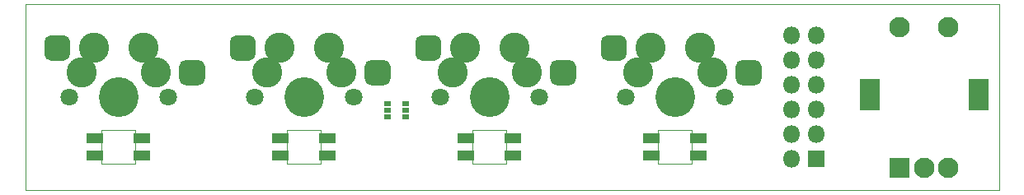
<source format=gbr>
%TF.GenerationSoftware,KiCad,Pcbnew,(5.1.6)-1*%
%TF.CreationDate,2020-11-05T08:07:17+01:00*%
%TF.ProjectId,DaPad4D,44615061-6434-4442-9e6b-696361645f70,v0.9*%
%TF.SameCoordinates,PX2d0e2e0PY4328bfc*%
%TF.FileFunction,Soldermask,Top*%
%TF.FilePolarity,Negative*%
%FSLAX46Y46*%
G04 Gerber Fmt 4.6, Leading zero omitted, Abs format (unit mm)*
G04 Created by KiCad (PCBNEW (5.1.6)-1) date 2020-11-05 08:07:17*
%MOMM*%
%LPD*%
G01*
G04 APERTURE LIST*
%TA.AperFunction,Profile*%
%ADD10C,0.050000*%
%TD*%
%ADD11C,3.100000*%
%ADD12C,1.801800*%
%ADD13C,4.087800*%
%ADD14O,1.800000X1.800000*%
%ADD15R,1.800000X1.800000*%
%ADD16R,1.700000X1.100000*%
%ADD17R,0.750000X0.500000*%
%ADD18C,2.100000*%
%ADD19R,2.100000X3.300000*%
%ADD20R,2.100000X2.100000*%
G04 APERTURE END LIST*
D10*
X0Y-25000D02*
X0Y19075000D01*
X99999800Y-25000D02*
X0Y-25000D01*
X99999800Y19075400D02*
X99999800Y-25000D01*
X0Y19075000D02*
X100000000Y19075000D01*
%TO.C,D5*%
X30325000Y2695000D02*
X26825000Y2695000D01*
X26825000Y6195000D02*
X30325000Y6195000D01*
X30325000Y6195000D02*
X30325000Y2695000D01*
X26825000Y6195000D02*
X26825000Y2695000D01*
%TO.C,D4*%
X49375000Y2695000D02*
X45875000Y2695000D01*
X45875000Y6195000D02*
X49375000Y6195000D01*
X49375000Y6195000D02*
X49375000Y2695000D01*
X45875000Y6195000D02*
X45875000Y2695000D01*
%TO.C,D3*%
X68425000Y2695000D02*
X64925000Y2695000D01*
X64925000Y6195000D02*
X68425000Y6195000D01*
X68425000Y6195000D02*
X68425000Y2695000D01*
X64925000Y6195000D02*
X64925000Y2695000D01*
%TO.C,D6*%
X11275000Y2695000D02*
X7775000Y2695000D01*
X7775000Y6195000D02*
X11275000Y6195000D01*
X11275000Y6195000D02*
X11275000Y2695000D01*
X7775000Y6195000D02*
X7775000Y2695000D01*
%TD*%
D11*
%TO.C,SW4*%
X70485000Y12065000D03*
X64135000Y14605000D03*
X62865000Y12065000D03*
X69215000Y14605000D03*
G36*
G01*
X75560000Y12715000D02*
X75560000Y11415000D01*
G75*
G02*
X74910000Y10765000I-650000J0D01*
G01*
X73560000Y10765000D01*
G75*
G02*
X72910000Y11415000I0J650000D01*
G01*
X72910000Y12715000D01*
G75*
G02*
X73560000Y13365000I650000J0D01*
G01*
X74910000Y13365000D01*
G75*
G02*
X75560000Y12715000I0J-650000D01*
G01*
G37*
D12*
X71755000Y9525000D03*
X61595000Y9525000D03*
D13*
X66675000Y9525000D03*
G36*
G01*
X61710000Y15255000D02*
X61710000Y13955000D01*
G75*
G02*
X61060000Y13305000I-650000J0D01*
G01*
X59710000Y13305000D01*
G75*
G02*
X59060000Y13955000I0J650000D01*
G01*
X59060000Y15255000D01*
G75*
G02*
X59710000Y15905000I650000J0D01*
G01*
X61060000Y15905000D01*
G75*
G02*
X61710000Y15255000I0J-650000D01*
G01*
G37*
%TD*%
D11*
%TO.C,SW3*%
X51435000Y12065000D03*
X45085000Y14605000D03*
X43815000Y12065000D03*
X50165000Y14605000D03*
G36*
G01*
X56510000Y12715000D02*
X56510000Y11415000D01*
G75*
G02*
X55860000Y10765000I-650000J0D01*
G01*
X54510000Y10765000D01*
G75*
G02*
X53860000Y11415000I0J650000D01*
G01*
X53860000Y12715000D01*
G75*
G02*
X54510000Y13365000I650000J0D01*
G01*
X55860000Y13365000D01*
G75*
G02*
X56510000Y12715000I0J-650000D01*
G01*
G37*
D12*
X52705000Y9525000D03*
X42545000Y9525000D03*
D13*
X47625000Y9525000D03*
G36*
G01*
X42660000Y15255000D02*
X42660000Y13955000D01*
G75*
G02*
X42010000Y13305000I-650000J0D01*
G01*
X40660000Y13305000D01*
G75*
G02*
X40010000Y13955000I0J650000D01*
G01*
X40010000Y15255000D01*
G75*
G02*
X40660000Y15905000I650000J0D01*
G01*
X42010000Y15905000D01*
G75*
G02*
X42660000Y15255000I0J-650000D01*
G01*
G37*
%TD*%
D11*
%TO.C,SW2*%
X32385000Y12065000D03*
X26035000Y14605000D03*
X24765000Y12065000D03*
X31115000Y14605000D03*
G36*
G01*
X37460000Y12715000D02*
X37460000Y11415000D01*
G75*
G02*
X36810000Y10765000I-650000J0D01*
G01*
X35460000Y10765000D01*
G75*
G02*
X34810000Y11415000I0J650000D01*
G01*
X34810000Y12715000D01*
G75*
G02*
X35460000Y13365000I650000J0D01*
G01*
X36810000Y13365000D01*
G75*
G02*
X37460000Y12715000I0J-650000D01*
G01*
G37*
D12*
X33655000Y9525000D03*
X23495000Y9525000D03*
D13*
X28575000Y9525000D03*
G36*
G01*
X23610000Y15255000D02*
X23610000Y13955000D01*
G75*
G02*
X22960000Y13305000I-650000J0D01*
G01*
X21610000Y13305000D01*
G75*
G02*
X20960000Y13955000I0J650000D01*
G01*
X20960000Y15255000D01*
G75*
G02*
X21610000Y15905000I650000J0D01*
G01*
X22960000Y15905000D01*
G75*
G02*
X23610000Y15255000I0J-650000D01*
G01*
G37*
%TD*%
D11*
%TO.C,SW1*%
X13335000Y12065000D03*
X6985000Y14605000D03*
X5715000Y12065000D03*
X12065000Y14605000D03*
G36*
G01*
X18410000Y12715000D02*
X18410000Y11415000D01*
G75*
G02*
X17760000Y10765000I-650000J0D01*
G01*
X16410000Y10765000D01*
G75*
G02*
X15760000Y11415000I0J650000D01*
G01*
X15760000Y12715000D01*
G75*
G02*
X16410000Y13365000I650000J0D01*
G01*
X17760000Y13365000D01*
G75*
G02*
X18410000Y12715000I0J-650000D01*
G01*
G37*
D12*
X14605000Y9525000D03*
X4445000Y9525000D03*
D13*
X9525000Y9525000D03*
G36*
G01*
X4560000Y15255000D02*
X4560000Y13955000D01*
G75*
G02*
X3910000Y13305000I-650000J0D01*
G01*
X2560000Y13305000D01*
G75*
G02*
X1910000Y13955000I0J650000D01*
G01*
X1910000Y15255000D01*
G75*
G02*
X2560000Y15905000I650000J0D01*
G01*
X3910000Y15905000D01*
G75*
G02*
X4560000Y15255000I0J-650000D01*
G01*
G37*
%TD*%
D14*
%TO.C,J1*%
X78625700Y15862300D03*
X81165700Y15862300D03*
X78625700Y13322300D03*
X81165700Y13322300D03*
X78625700Y10782300D03*
X81165700Y10782300D03*
X78625700Y8242300D03*
X81165700Y8242300D03*
X78625700Y5702300D03*
X81165700Y5702300D03*
X78625700Y3162300D03*
D15*
X81165700Y3162300D03*
%TD*%
D16*
%TO.C,D5*%
X30975000Y3570000D03*
X30975000Y5320000D03*
X26175000Y3570000D03*
X26175000Y5320000D03*
%TD*%
%TO.C,D4*%
X50025000Y3570000D03*
X50025000Y5320000D03*
X45225000Y3570000D03*
X45225000Y5320000D03*
%TD*%
%TO.C,D3*%
X69075000Y3570000D03*
X69075000Y5320000D03*
X64275000Y3570000D03*
X64275000Y5320000D03*
%TD*%
%TO.C,D6*%
X11925000Y3570000D03*
X11925000Y5320000D03*
X7125000Y3570000D03*
X7125000Y5320000D03*
%TD*%
D17*
%TO.C,D1*%
X39037300Y8828800D03*
X39037300Y7528800D03*
X37137300Y8178800D03*
X39037300Y8178800D03*
X37137300Y7528800D03*
X37137300Y8828800D03*
%TD*%
D18*
%TO.C,SW5*%
X94765500Y16775000D03*
X89765500Y16775000D03*
D19*
X97865500Y9775000D03*
X86665500Y9775000D03*
D18*
X94765500Y2275000D03*
X92265500Y2275000D03*
D20*
X89765500Y2275000D03*
%TD*%
M02*

</source>
